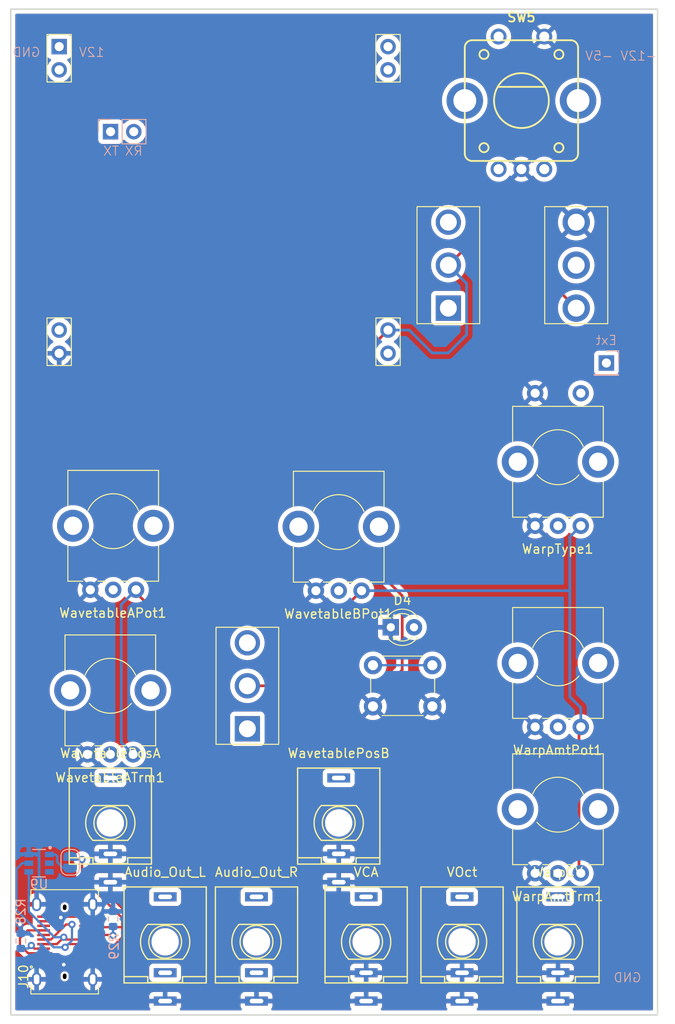
<source format=kicad_pcb>
(kicad_pcb (version 20240108) (generator "pcbnew") (generator_version "8.0")
  (layers (0 "F.Cu" signal) (1 "In1.Cu" signal) (2 "In2.Cu" signal) (31 "B.Cu" signal) (34 "B.Paste" user) (35 "F.Paste" user) (36 "B.SilkS" user "B.Silkscreen") (37 "F.SilkS" user "F.Silkscreen") (38 "B.Mask" user) (39 "F.Mask" user) (44 "Edge.Cuts" user))
  (net 0 "")
  (net 1 "/USB_DP")
  (net 2 "GND")
  (net 3 "/USB_DM")
  (net 4 "+3.3VA")
  (net 5 "+3.3V")
  (net 6 "LED_Oct_B_Out")
  (net 7 "UART_TX")
  (net 8 "UART_RX")
  (net 9 "Ext_Audio_In")
  (net 10 "Audio_Out_L")
  (net 11 "Audio_Out_R")
  (net 12 "Warp_CV_In")
  (net 13 "Pitch_CV_In")
  (net 14 "Wavetable_Pos_A_CV_In")
  (net 15 "Wavetable_Pos_B_CV_In")
  (net 16 "VCA_CV_In")
  (net 17 "USB_VBUS")
  (net 18 "USB_D+")
  (net 19 "USB_D-")
  (net 20 "LCD_Backlight")
  (net 21 "Encoder_Up")
  (net 22 "Encoder_Btn")
  (net 23 "Encoder_Down")
  (net 24 "Mode")
  (net 25 "Octave_Down")
  (net 26 "Octave_Up")
  (net 27 "ChB_Mix")
  (net 28 "ChB_RM")
  (net 29 "B_Octave_Btn")
  (net 30 "Warp_Type_Pot")
  (net 31 "Wavetable_Pos_A_Pot")
  (net 32 "LCD_SPI3_SS")
  (net 33 "Wavetable_Pos_B_Pot")
  (net 34 "Warp_Amt_Trm")
  (net 35 "Net-(JP1-A)")
  (net 36 "LCD_DC")
  (net 37 "Wavetable_Pos_A_Trm")
  (net 38 "Warp_Amt_Pot")
  (net 39 "LCD_SPI3_SCK")
  (net 40 "LCD_RESET")
  (net 41 "Warp_Polarity_Btn")
  (net 42 "LCD_SPI3_MOSI")
  (net 45 "Net-(J10-CC2)")
  (net 52 "Net-(J10-CC1)")
  (footprint "Custom_Footprints:THONKICONN_hole" (layer "F.Cu") (at 94 141)
    (property "Reference" "J7" (hide yes))
    (property "Value" "VCA" (at 0 -7.62 0) (layer "F.SilkS"))
    (pad "" np_thru_hole circle (at 0 0) (size 2.5 2.5) (drill 2.5) (layers "*.Cu" "*.Mask"))
    (pad "1" thru_hole rect (at 0 6.48) (size 2.5 1) (drill oval 1.5 0.5) (layers "*.Cu" "*.Mask") (net 2 "GND"))
    (pad "2" thru_hole rect (at 0 3.38) (size 2.5 1) (drill oval 1.5 0.5) (layers "*.Cu" "*.Mask") (net 2 "GND"))
    (pad "3" thru_hole rect (at 0 -4.92) (size 2.5 1) (drill oval 1.5 0.5) (layers "*.Cu" "*.Mask") (net 16 "VCA_CV_In"))
  )
  (footprint "Custom_Footprints:USB_C_Receptacle_Amphenol_12401951E412A" (layer "F.Cu") (at 61 141 90)
    (property "Reference" "J10" (at -3.8 -4.5 90) (layer "F.SilkS"))
    (property "Value" "USB_C_Receptacle")
    (pad "" np_thru_hole oval (at -3.775 0 90) (size 0.6 0.4) (drill oval 0.6 0.4) (layers "*.Mask"))
    (pad "" np_thru_hole oval (at 3.775 0 90) (size 0.6 0.4) (drill oval 0.6 0.4) (layers "*.Mask"))
    (pad "A1" smd rect (at -2.75 -2.3 90) (size 0.27 1.4) (layers "F.Cu" "F.Paste" "F.Mask") (net 2 "GND"))
    (pad "A2" smd rect (at -2.25 -2.3 90) (size 0.27 1.4) (layers "F.Cu" "F.Paste" "F.Mask"))
    (pad "A3" smd rect (at -1.75 -2.3 90) (size 0.27 1.4) (layers "F.Cu" "F.Paste" "F.Mask"))
    (pad "A4" smd rect (at -1.25 -2.3 90) (size 0.27 1.4) (layers "F.Cu" "F.Paste" "F.Mask") (net 17 "USB_VBUS"))
    (pad "A5" smd rect (at -0.75 -2.3 90) (size 0.27 1.4) (layers "F.Cu" "F.Paste" "F.Mask") (net 52 "Net-(J10-CC1)"))
    (pad "A6" smd rect (at -0.25 -2.3 90) (size 0.27 1.4) (layers "F.Cu" "F.Paste" "F.Mask") (net 18 "USB_D+"))
    (pad "A7" smd rect (at 0.25 -2.3 90) (size 0.27 1.4) (layers "F.Cu" "F.Paste" "F.Mask") (net 19 "USB_D-"))
    (pad "A8" smd rect (at 0.75 -2.3 90) (size 0.27 1.4) (layers "F.Cu" "F.Paste" "F.Mask"))
    (pad "A9" smd rect (at 1.25 -2.3 90) (size 0.27 1.4) (layers "F.Cu" "F.Paste" "F.Mask") (net 17 "USB_VBUS"))
    (pad "A10" smd rect (at 1.75 -2.3 90) (size 0.27 1.4) (layers "F.Cu" "F.Paste" "F.Mask"))
    (pad "A11" smd rect (at 2.25 -2.3 90) (size 0.27 1.4) (layers "F.Cu" "F.Paste" "F.Mask"))
    (pad "A12" smd rect (at 2.75 -2.3 90) (size 0.27 1.4) (layers "F.Cu" "F.Paste" "F.Mask") (net 2 "GND"))
    (pad "B1" smd rect (at 2.75 2.3 90) (size 0.27 1.4) (layers "F.Cu" "F.Paste" "F.Mask") (net 2 "GND"))
    (pad "B2" smd rect (at 2.25 2.3 90) (size 0.27 1.4) (layers "F.Cu" "F.Paste" "F.Mask"))
    (pad "B3" smd rect (at 1.75 2.3 90) (size 0.27 1.4) (layers "F.Cu" "F.Paste" "F.Mask"))
    (pad "B4" smd rect (at 1.25 2.3 90) (size 0.27 1.4) (layers "F.Cu" "F.Paste" "F.Mask") (net 17 "USB_VBUS"))
    (pad "B5" smd rect (at 0.75 2.3 90) (size 0.27 1.4) (layers "F.Cu" "F.Paste" "F.Mask") (net 45 "Net-(J10-CC2)"))
    (pad "B6" smd rect (at 0.25 2.3 90) (size 0.27 1.4) (layers "F.Cu" "F.Paste" "F.Mask") (net 18 "USB_D+"))
    (pad "B7" smd rect (at -0.25 2.3 90) (size 0.27 1.4) (layers "F.Cu" "F.Paste" "F.Mask") (net 19 "USB_D-"))
    (pad "B8" smd rect (at -0.75 2.3 90) (size 0.27 1.4) (layers "F.Cu" "F.Paste" "F.Mask"))
    (pad "B9" smd rect (at -1.25 2.3 90) (size 0.27 1.4) (layers "F.Cu" "F.Paste" "F.Mask") (net 17 "USB_VBUS"))
    (pad "B10" smd rect (at -1.75 2.3 90) (size 0.27 1.4) (layers "F.Cu" "F.Paste" "F.Mask"))
    (pad "B11" smd rect (at -2.25 2.3 90) (size 0.27 1.4) (layers "F.Cu" "F.Paste" "F.Mask"))
    (pad "B12" smd rect (at -2.75 2.3 90) (size 0.27 1.4) (layers "F.Cu" "F.Paste" "F.Mask") (net 2 "GND"))
    (pad "S1" thru_hole oval (at -4.1 -3.07 180) (size 1 1.5) (drill oval 0.6 1.1) (layers "*.Cu" "*.Mask") (net 2 "GND"))
    (pad "S1" thru_hole oval (at -4.1 3.07 180) (size 1 1.5) (drill oval 0.6 1.1) (layers "*.Cu" "*.Mask") (net 2 "GND"))
    (pad "S1" thru_hole oval (at 4.1 -3.07 180) (size 1 1.5) (drill oval 0.6 1.1) (layers "*.Cu" "*.Mask") (net 2 "GND"))
    (pad "S1" thru_hole oval (at 4.1 3.07 180) (size 1 1.5) (drill oval 0.6 1.1) (layers "*.Cu" "*.Mask") (net 2 "GND"))
  )
  (footprint "Custom_Footprints:THONKICONN_hole" (layer "F.Cu") (at 82 141)
    (property "Reference" "J9" (hide yes))
    (property "Value" "Audio_Out_R" (at 0 -7.62 0) (layer "F.SilkS"))
    (pad "" np_thru_hole circle (at 0 0) (size 2.5 2.5) (drill 2.5) (layers "*.Cu" "*.Mask"))
    (pad "1" thru_hole rect (at 0 6.48) (size 2.5 1) (drill oval 1.5 0.5) (layers "*.Cu" "*.Mask") (net 2 "GND"))
    (pad "2" thru_hole rect (at 0 3.38) (size 2.5 1) (drill oval 1.5 0.5) (layers "*.Cu" "*.Mask"))
    (pad "3" thru_hole rect (at 0 -4.92) (size 2.5 1) (drill oval 1.5 0.5) (layers "*.Cu" "*.Mask") (net 11 "Audio_Out_R"))
  )
  (footprint "Custom_Footprints:THONKICONN_hole" (layer "F.Cu") (at 115 141)
    (property "Reference" "J5" (hide yes))
    (property "Value" "WarpCV" (at 0 -7.62 0) (layer "F.SilkS"))
    (pad "" np_thru_hole circle (at 0 0) (size 2.5 2.5) (drill 2.5) (layers "*.Cu" "*.Mask"))
    (pad "1" thru_hole rect (at 0 6.48) (size 2.5 1) (drill oval 1.5 0.5) (layers "*.Cu" "*.Mask") (net 2 "GND"))
    (pad "2" thru_hole rect (at 0 3.38) (size 2.5 1) (drill oval 1.5 0.5) (layers "*.Cu" "*.Mask") (net 2 "GND"))
    (pad "3" thru_hole rect (at 0 -4.92) (size 2.5 1) (drill oval 1.5 0.5) (layers "*.Cu" "*.Mask") (net 12 "Warp_CV_In"))
  )
  (footprint "LED_THT:LED_D3.0mm_FlatTop" (layer "F.Cu") (at 96.7 106.6)
    (property "Reference" "D4" (at 1.27 -2.96 0) (layer "F.SilkS"))
    (property "Value" "LED_Small")
    (pad "1" thru_hole rect (at 0 0) (size 1.8 1.8) (drill 0.9) (layers "*.Cu" "*.Mask") (net 2 "GND"))
    (pad "2" thru_hole circle (at 2.54 0) (size 1.8 1.8) (drill 0.9) (layers "*.Cu" "*.Mask") (net 6 "LED_Oct_B_Out"))
  )
  (footprint "Custom_Footprints:Encoder" (layer "F.Cu") (at 111 49)
    (property "Reference" "SW5" (at 0 -9.1 0) (layer "F.SilkS") (effects (font (thickness 0.2))))
    (property "Value" "Encoder" (hide yes))
    (pad "A" thru_hole circle (at -2.5 7.5) (size 1.75 1.75) (drill 1.1) (layers "*.Cu" "*.Mask") (net 21 "Encoder_Up"))
    (pad "B" thru_hole circle (at 2.5 7.5) (size 1.75 1.75) (drill 1.1) (layers "*.Cu" "*.Mask") (net 23 "Encoder_Down"))
    (pad "C" thru_hole circle (at 0 7.5) (size 1.75 1.75) (drill 1.1) (layers "*.Cu" "*.Mask") (net 2 "GND"))
    (pad "S1" thru_hole circle (at -2.5 -7) (size 1.75 1.75) (drill 1.1) (layers "*.Cu" "*.Mask") (net 22 "Encoder_Btn"))
    (pad "S2" thru_hole circle (at 2.5 -7) (size 1.75 1.75) (drill 1.1) (layers "*.Cu" "*.Mask") (net 2 "GND"))
    (pad "body" thru_hole oval (at -6.2 0) (size 4 4) (drill 2.5) (layers "*.Cu" "*.Mask"))
    (pad "body" thru_hole oval (at 6.2 0) (size 4 4) (drill 2.5) (layers "*.Cu" "*.Mask"))
  )
  (footprint "Custom_Footprints:Bourns_Switch_Potentiometer" (layer "F.Cu") (at 115 88)
    (property "Reference" "WarpType1" (at -0.04 10.04 0) (layer "F.SilkS"))
    (property "Value" "WarpTypePot" (hide yes))
    (pad "" np_thru_hole circle (at -4.4 0.5 90) (size 3.5 3.5) (drill 2) (layers "F&B.Cu" "*.Mask"))
    (pad "" np_thru_hole circle (at 4.4 0.5 90) (size 3.5 3.5) (drill 2) (layers "F&B.Cu" "*.Mask"))
    (pad "1" thru_hole circle (at 2.5 7.5 90) (size 1.8 1.8) (drill 1) (layers "*.Cu" "*.Mask") (net 4 "+3.3VA"))
    (pad "2" thru_hole circle (at 0 7.5 90) (size 1.8 1.8) (drill 1) (layers "*.Cu" "*.Mask") (net 30 "Warp_Type_Pot"))
    (pad "3" thru_hole circle (at -2.5 7.5 90) (size 1.8 1.8) (drill 1) (layers "*.Cu" "*.Mask") (net 2 "GND"))
    (pad "4" thru_hole circle (at -2.5 -7 90) (size 1.8 1.8) (drill 1) (layers "*.Cu" "*.Mask") (net 2 "GND"))
    (pad "5" thru_hole circle (at 2.5 -7 90) (size 1.8 1.8) (drill 1) (layers "*.Cu" "*.Mask") (net 41 "Warp_Polarity_Btn"))
  )
  (footprint "Custom_Footprints:THONKICONN_hole" (layer "F.Cu") (at 104.5 141)
    (property "Reference" "J6" (hide yes))
    (property "Value" "VOct" (at 0 -7.62 0) (layer "F.SilkS"))
    (pad "" np_thru_hole circle (at 0 0) (size 2.5 2.5) (drill 2.5) (layers "*.Cu" "*.Mask"))
    (pad "1" thru_hole rect (at 0 6.48) (size 2.5 1) (drill oval 1.5 0.5) (layers "*.Cu" "*.Mask") (net 2 "GND"))
    (pad "2" thru_hole rect (at 0 3.38) (size 2.5 1) (drill oval 1.5 0.5) (layers "*.Cu" "*.Mask") (net 2 "GND"))
    (pad "3" thru_hole rect (at 0 -4.92) (size 2.5 1) (drill oval 1.5 0.5) (layers "*.Cu" "*.Mask") (net 13 "Pitch_CV_In"))
  )
  (footprint "Custom_Footprints:Alpha_9mm_Potentiometer_Aligned" (layer "F.Cu") (at 91 95.1)
    (property "Reference" "WavetableBPot1" (at -0.04 10.04 0) (layer "F.SilkS"))
    (property "Value" "B10k")
    (pad "" np_thru_hole circle (at -4.4 0.5 90) (size 3.5 3.5) (drill 2) (layers "F&B.Cu" "*.Mask"))
    (pad "" np_thru_hole circle (at 4.4 0.5 90) (size 3.5 3.5) (drill 2) (layers "F&B.Cu" "*.Mask"))
    (pad "1" thru_hole circle (at 2.5 7.5 90) (size 1.8 1.8) (drill 1) (layers "*.Cu" "*.Mask") (net 4 "+3.3VA"))
    (pad "2" thru_hole circle (at 0 7.5 90) (size 1.8 1.8) (drill 1) (layers "*.Cu" "*.Mask") (net 33 "Wavetable_Pos_B_Pot"))
    (pad "3" thru_hole circle (at -2.5 7.5 90) (size 1.8 1.8) (drill 1) (layers "*.Cu" "*.Mask") (net 2 "GND"))
  )
  (footprint "Custom_Footprints:Alpha_9mm_Potentiometer_Aligned" (layer "F.Cu") (at 115 126)
    (property "Reference" "WarpAmtTrm1" (at -0.04 10.04 0) (layer "F.SilkS"))
    (property "Value" "B10k")
    (pad "" np_thru_hole circle (at -4.4 0.5 90) (size 3.5 3.5) (drill 2) (layers "F&B.Cu" "*.Mask"))
    (pad "" np_thru_hole circle (at 4.4 0.5 90) (size 3.5 3.5) (drill 2) (layers "F&B.Cu" "*.Mask"))
    (pad "1" thru_hole circle (at 2.5 7.5 90) (size 1.8 1.8) (drill 1) (layers "*.Cu" "*.Mask") (net 4 "+3.3VA"))
    (pad "2" thru_hole circle (at 0 7.5 90) (size 1.8 1.8) (drill 1) (layers "*.Cu" "*.Mask") (net 34 "Warp_Amt_Trm"))
    (pad "3" thru_hole circle (at -2.5 7.5 90) (size 1.8 1.8) (drill 1) (layers "*.Cu" "*.Mask") (net 2 "GND"))
  )
  (footprint "Custom_Footprints:THONKICONN_hole" (layer "F.Cu") (at 72 141)
    (property "Reference" "J8" (hide yes))
    (property "Value" "Audio_Out_L" (at 0 -7.62 0) (layer "F.SilkS"))
    (pad "" np_thru_hole circle (at 0 0) (size 2.5 2.5) (drill 2.5) (layers "*.Cu" "*.Mask"))
    (pad "1" thru_hole rect (at 0 6.48) (size 2.5 1) (drill oval 1.5 0.5) (layers "*.Cu" "*.Mask") (net 2 "GND"))
    (pad "2" thru_hole rect (at 0 3.38) (size 2.5 1) (drill oval 1.5 0.5) (layers "*.Cu" "*.Mask"))
    (pad "3" thru_hole rect (at 0 -4.92) (size 2.5 1) (drill oval 1.5 0.5) (layers "*.Cu" "*.Mask") (net 10 "Audio_Out_L"))
  )
  (footprint "Custom_Footprints:SW_PUSH_6mm_aligned" (layer "F.Cu") (at 98 113)
    (property "Reference" "SW1" (hide yes))
    (property "Value" "SW_Push")
    (pad "1" thru_hole circle (at -3.25 -2.25 90) (size 2 2) (drill 1.1) (layers "*.Cu" "*.Mask") (net 29 "B_Octave_Btn"))
    (pad "1" thru_hole circle (at 3.25 -2.25 90) (size 2 2) (drill 1.1) (layers "*.Cu" "*.Mask") (net 29 "B_Octave_Btn"))
    (pad "2" thru_hole circle (at -3.25 2.25 90) (size 2 2) (drill 1.1) (layers "*.Cu" "*.Mask") (net 2 "GND"))
    (pad "2" thru_hole circle (at 3.25 2.25 90) (size 2 2) (drill 1.1) (layers "*.Cu" "*.Mask") (net 2 "GND"))
  )
  (footprint "Custom_Footprints:SPDT_Miniature" (layer "F.Cu") (at 117 67 90)
    (property "Reference" "SW2" (hide yes))
    (property "Value" "Mode_Switch")
    (pad "1" thru_hole circle (at -4.7 0 90) (size 3 3) (drill 1.85) (layers "*.Cu" "*.Mask") (net 5 "+3.3V"))
    (pad "2" thru_hole circle (at 0 0 90) (size 3 3) (drill 1.85) (layers "*.Cu" "*.Mask") (net 24 "Mode"))
    (pad "3" thru_hole circle (at 4.7 0 90) (size 3 3) (drill 1.85) (layers "*.Cu" "*.Mask") (net 2 "GND"))
  )
  (footprint "Custom_Footprints:THONKICONN_hole" (layer "F.Cu") (at 66 128)
    (property "Reference" "J3" (hide yes))
    (property "Value" "WavetablePosA" (at 0 -7.62 0) (layer "F.SilkS"))
    (pad "" np_thru_hole circle (at 0 0) (size 2.5 2.5) (drill 2.5) (layers "*.Cu" "*.Mask"))
    (pad "1" thru_hole rect (at 0 6.48) (size 2.5 1) (drill oval 1.5 0.5) (layers "*.Cu" "*.Mask") (net 2 "GND"))
    (pad "2" thru_hole rect (at 0 3.38) (size 2.5 1) (drill oval 1.5 0.5) (layers "*.Cu" "*.Mask") (net 2 "GND"))
    (pad "3" thru_hole rect (at 0 -4.92) (size 2.5 1) (drill oval 1.5 0.5) (layers "*.Cu" "*.Mask") (net 14 "Wavetable_Pos_A_CV_In"))
  )
  (footprint "Custom_Footprints:LCD_Riser" (layer "F.Cu") (at 60.4 43.1)
    (property "Reference" "U10" (hide yes))
    (property "Value" "~")
    (pad "1" thru_hole rect (at 0 0) (size 1.7 1.7) (drill 1) (layers "*.Cu" "*.Mask") (net 42 "LCD_SPI3_MOSI"))
    (pad "2" thru_hole oval (at 0 2.54) (size 1.7 1.7) (drill 1) (layers "*.Cu" "*.Mask") (net 39 "LCD_SPI3_SCK"))
    (pad "3" thru_hole circle (at 36 0) (size 1.7 1.7) (drill 1) (layers "*.Cu" "*.Mask") (net 36 "LCD_DC"))
    (pad "4" thru_hole oval (at 36 2.54) (size 1.7 1.7) (drill 1) (layers "*.Cu" "*.Mask") (net 40 "LCD_RESET"))
    (pad "5" thru_hole oval (at 0 31) (size 1.7 1.7) (drill 1) (layers "*.Cu" "*.Mask") (net 32 "LCD_SPI3_SS"))
    (pad "6" thru_hole oval (at 0 33.54) (size 1.7 1.7) (drill 1) (layers "*.Cu" "*.Mask") (net 2 "GND"))
    (pad "7" thru_hole oval (at 36 31) (size 1.7 1.7) (drill 1) (layers "*.Cu" "*.Mask") (net 5 "+3.3V"))
    (pad "8" thru_hole oval (at 36 33.54) (size 1.7 1.7) (drill 1) (layers "*.Cu" "*.Mask") (net 20 "LCD_Backlight"))
  )
  (footprint "Custom_Footprints:Alpha_9mm_Potentiometer_Aligned" (layer "F.Cu") (at 66 113)
    (property "Reference" "WavetableATrm1" (at -0.04 10.04 0) (layer "F.SilkS"))
    (property "Value" "B10k")
    (pad "" np_thru_hole circle (at -4.4 0.5 90) (size 3.5 3.5) (drill 2) (layers "F&B.Cu" "*.Mask"))
    (pad "" np_thru_hole circle (at 4.4 0.5 90) (size 3.5 3.5) (drill 2) (layers "F&B.Cu" "*.Mask"))
    (pad "1" thru_hole circle (at 2.5 7.5 90) (size 1.8 1.8) (drill 1) (layers "*.Cu" "*.Mask") (net 4 "+3.3VA"))
    (pad "2" thru_hole circle (at 0 7.5 90) (size 1.8 1.8) (drill 1) (layers "*.Cu" "*.Mask") (net 37 "Wavetable_Pos_A_Trm"))
    (pad "3" thru_hole circle (at -2.5 7.5 90) (size 1.8 1.8) (drill 1) (layers "*.Cu" "*.Mask") (net 2 "GND"))
  )
  (footprint "Custom_Footprints:Alpha_9mm_Potentiometer_Aligned" (layer "F.Cu") (at 66.3125 95)
    (property "Reference" "WavetableAPot1" (at -0.04 10.04 0) (layer "F.SilkS"))
    (property "Value" "B10k")
    (pad "" np_thru_hole circle (at -4.4 0.5 90) (size 3.5 3.5) (drill 2) (layers "F&B.Cu" "*.Mask"))
    (pad "" np_thru_hole circle (at 4.4 0.5 90) (size 3.5 3.5) (drill 2) (layers "F&B.Cu" "*.Mask"))
    (pad "1" thru_hole circle (at 2.5 7.5 90) (size 1.8 1.8) (drill 1) (layers "*.Cu" "*.Mask") (net 4 "+3.3VA"))
    (pad "2" thru_hole circle (at 0 7.5 90) (size 1.8 1.8) (drill 1) (layers "*.Cu" "*.Mask") (net 31 "Wavetable_Pos_A_Pot"))
    (pad "3" thru_hole circle (at -2.5 7.5 90) (size 1.8 1.8) (drill 1) (layers "*.Cu" "*.Mask") (net 2 "GND"))
  )
  (footprint "Custom_Footprints:SP3T_Mini_Switch" (layer "F.Cu") (at 81 113 90)
    (property "Reference" "SW4" (hide yes))
    (property "Value" "ChB_Output")
    (pad "1" thru_hole rect (at -4.7 0 90) (size 2.775 2.775) (drill 1.85) (layers "*.Cu" "*.Mask") (net 27 "ChB_Mix"))
    (pad "2" thru_hole circle (at 0 0 90) (size 2.775 2.775) (drill 1.85) (layers "*.Cu" "*.Mask") (net 5 "+3.3V"))
    (pad "3" thru_hole circle (at 4.7 0 90) (size 2.775 2.775) (drill 1.85) (layers "*.Cu" "*.Mask") (net 28 "ChB_RM"))
  )
  (footprint "Custom_Footprints:THONKICONN_hole" (layer "F.Cu") (at 91 128)
    (property "Reference" "J4" (hide yes))
    (property "Value" "WavetablePosB" (at 0 -7.62 0) (layer "F.SilkS"))
    (pad "" np_thru_hole circle (at 0 0) (size 2.5 2.5) (drill 2.5) (layers "*.Cu" "*.Mask"))
    (pad "1" thru_hole rect (at 0 6.48) (size 2.5 1) (drill oval 1.5 0.5) (layers "*.Cu" "*.Mask") (net 2 "GND"))
    (pad "2" thru_hole rect (at 0 3.38) (size 2.5 1) (drill oval 1.5 0.5) (layers "*.Cu" "*.Mask") (net 2 "GND"))
    (pad "3" thru_hole rect (at 0 -4.92) (size 2.5 1) (drill oval 1.5 0.5) (layers "*.Cu" "*.Mask") (net 15 "Wavetable_Pos_B_CV_In"))
  )
  (footprint "Custom_Footprints:Alpha_9mm_Potentiometer_Aligned" (layer "F.Cu") (at 115 110)
    (property "Reference" "WarpAmtPot1" (at -0.04 10.04 0) (layer "F.SilkS"))
    (property "Value" "B10k")
    (pad "" np_thru_hole circle (at -4.4 0.5 90) (size 3.5 3.5) (drill 2) (layers "F&B.Cu" "*.Mask"))
    (pad "" np_thru_hole circle (at 4.4 0.5 90) (size 3.5 3.5) (drill 2) (layers "F&B.Cu" "*.Mask"))
    (pad "1" thru_hole circle (at 2.5 7.5 90) (size 1.8 1.8) (drill 1) (layers "*.Cu" "*.Mask") (net 4 "+3.3VA"))
    (pad "2" thru_hole circle (at 0 7.5 90) (size 1.8 1.8) (drill 1) (layers "*.Cu" "*.Mask") (net 38 "Warp_Amt_Pot"))
    (pad "3" thru_hole circle (at -2.5 7.5 90) (size 1.8 1.8) (drill 1) (layers "*.Cu" "*.Mask") (net 2 "GND"))
  )
  (footprint "Custom_Footprints:SP3T_Mini_Switch" (layer "F.Cu") (at 103 67 90)
    (property "Reference" "SW3" (hide yes))
    (property "Value" "Octave_Switch")
    (pad "1" thru_hole rect (at -4.7 0 90) (size 2.775 2.775) (drill 1.85) (layers "*.Cu" "*.Mask") (net 26 "Octave_Up"))
    (pad "2" thru_hole circle (at 0 0 90) (size 2.775 2.775) (drill 1.85) (layers "*.Cu" "*.Mask") (net 5 "+3.3V"))
    (pad "3" thru_hole circle (at 4.7 0 90) (size 2.775 2.775) (drill 1.85) (layers "*.Cu" "*.Mask") (net 25 "Octave_Down"))
  )
  (footprint "Connector_PinHeader_2.54mm:PinHeader_1x01_P2.54mm_Vertical" (layer "B.Cu") (at 120.3 77.7 180)
    (property "Reference" "J12" (hide yes))
    (property "Value" "Conn_01x01_Socket")
    (pad "1" thru_hole rect (at 0 0 180) (size 1.7 1.7) (drill 1) (layers "*.Cu" "*.Mask") (net 9 "Ext_Audio_In"))
  )
  (footprint "Custom_Footprints:STF202-22T1G" (layer "B.Cu") (at 58.2 132.4 -90)
    (property "Reference" "U9" (at 2.3 0 0) (layer "B.SilkS") (effects (font (size 1.001835 1.001835)) (justify mirror)))
    (property "Value" "STF202-22T1G" (hide yes))
    (pad "1" smd rect (at -0.95 -1.125 180) (size 0.95 0.6) (layers "B.Cu" "B.Paste" "B.Mask") (net 35 "Net-(JP1-A)"))
    (pad "2" smd rect (at 0 -1.125 180) (size 0.95 0.6) (layers "B.Cu" "B.Paste" "B.Mask") (net 3 "/USB_DM"))
    (pad "3" smd rect (at 0.95 -1.125 180) (size 0.95 0.6) (layers "B.Cu" "B.Paste" "B.Mask") (net 1 "/USB_DP"))
    (pad "4" smd rect (at 0.95 1.125 180) (size 0.95 0.6) (layers "B.Cu" "B.Paste" "B.Mask") (net 18 "USB_D+"))
    (pad "5" smd rect (at 0 1.125 180) (size 0.95 0.6) (layers "B.Cu" "B.Paste" "B.Mask") (net 19 "USB_D-"))
    (pad "6" smd rect (at -0.95 1.125 180) (size 0.95 0.6) (layers "B.Cu" "B.Paste" "B.Mask") (net 2 "GND"))
  )
  (footprint "Resistor_SMD:R_0603_1608Metric" (layer "B.Cu") (at 56.2 140.9 90)
    (property "Reference" "R28" (at 3.2 0 -90) (layer "B.SilkS") (effects (justify mirror)))
    (property "Value" "5k1")
    (pad "1" smd roundrect (at -0.825 0 90) (size 0.8 0.95) (layers "B.Cu" "B.Paste" "B.Mask") (net 52 "Net-(J10-CC1)"))
    (pad "2" smd roundrect (at 0.825 0 90) (size 0.8 0.95) (layers "B.Cu" "B.Paste" "B.Mask") (net 2 "GND"))
  )
  (footprint "Connector_PinHeader_2.54mm:PinHeader_1x02_P2.54mm_Vertical" (layer "B.Cu") (at 66.025 52.4 -90)
    (property "Reference" "J11" (hide yes))
    (property "Value" "Conn_01x02_Pin")
    (pad "1" thru_hole rect (at 0 0 270) (size 1.7 1.7) (drill 1) (layers "*.Cu" "*.Mask") (net 7 "UART_TX"))
    (pad "2" thru_hole oval (at 0 -2.54 270) (size 1.7 1.7) (drill 1) (layers "*.Cu" "*.Mask") (net 8 "UART_RX"))
  )
  (footprint "Jumper:SolderJumper-2_P1.3mm_Open_RoundedPad1.0x1.5mm" (layer "B.Cu") (at 61.6 132.3 90)
    (property "Reference" "JP1" (hide yes))
    (property "Value" "Jumper")
    (pad "1" smd custom (at -0.65 0 90) (size 1 0.5) (layers "B.Cu" "B.Mask") (net 35 "Net-(JP1-A)") (options (clearance outline) (anchor rect)) (primitives (gr_circle (center 0 -0.25) (end 0.5 -0.25) (width 0) (fill yes)) (gr_circle (center 0 0.25) (end 0.5 0.25) (width 0) (fill yes)) (gr_poly (pts (xy 0.5 -0.75) (xy 0 -0.75) (xy 0 0.75) (xy 0.5 0.75)) (width 0) (fill yes))))
    (pad "2" smd custom (at 0.65 0 90) (size 1 0.5) (layers "B.Cu" "B.Mask") (net 17 "USB_VBUS") (options (clearance outline) (anchor rect)) (primitives (gr_circle (center 0 -0.25) (end 0.5 -0.25) (width 0) (fill yes)) (gr_circle (center 0 0.25) (end 0.5 0.25) (width 0) (fill yes)) (gr_poly (pts (xy 0 -0.75) (xy -0.5 -0.75) (xy -0.5 0.75) (xy 0 0.75)) (width 0) (fill yes))))
  )
  (footprint "Resistor_SMD:R_0603_1608Metric" (layer "B.Cu") (at 66.3 138.5 90)
    (property "Reference" "R29" (at -3 0.1 -90) (layer "B.SilkS") (effects (justify mirror)))
    (property "Value" "5k1")
    (pad "1" smd roundrect (at -0.825 0 90) (size 0.8 0.95) (layers "B.Cu" "B.Paste" "B.Mask") (net 45 "Net-(J10-CC2)"))
    (pad "2" smd roundrect (at 0.825 0 90) (size 0.8 0.95) (layers "B.Cu" "B.Paste" "B.Mask") (net 2 "GND"))
  )
  (gr_rect (start 55.1 39) (end 125.9 149) (stroke (width 0.15)) (fill none) (layer "Edge.Cuts"))
  (gr_text "Ext" (at 121.5 75.8 0) (layer "B.SilkS") (effects (font (size 1 1) (thickness 0.1)) (justify left bottom mirror)))
  (gr_text "12V" (at 65.4 44.3 0) (layer "B.SilkS") (effects (font (size 1 1) (thickness 0.1)) (justify left bottom mirror)))
  (gr_text "GND" (at 124.2 145.5 0) (layer "B.SilkS") (effects (font (size 1 1) (thickness 0.1)) (justify left bottom mirror)))
  (gr_text "GND" (at 58.4 44.3 0) (layer "B.SilkS") (effects (font (size 1 1) (thickness 0.1)) (justify left bottom mirror)))
  (gr_text "-12V" (at 125.9 44.7 0) (layer "B.SilkS") (effects (font (size 1 1) (thickness 0.1)) (justify left bottom mirror)))
  (gr_text "-5V" (at 121.1 44.7 0) (layer "B.SilkS") (effects (font (size 1 1) (thickness 0.1)) (justify left bottom mirror)))
  (gr_text "TX" (at 67 55.1 0) (layer "B.SilkS") (effects (font (size 1 1) (thickness 0.1)) (justify left bottom mirror)))
  (gr_text "RX" (at 69.6 55.1 0) (layer "B.SilkS") (effects (font (size 1 1) (thickness 0.1)) (justify left bottom mirror)))
  (segment (start 60.675174 138.25) (end 63.3 138.25) (width 0.25) (layer "F.Cu") (net 2))
  (segment (start 60.582488 138.342686) (end 60.675174 138.25) (width 0.25) (layer "F.Cu") (net 2))
  (segment (start 60.65 143.75) (end 58.7 143.75) (width 0.25) (layer "F.Cu") (net 2))
  (segment (start 60.489802 138.25) (end 58.7 138.25) (width 0.25) (layer "F.Cu") (net 2))
  (segment (start 60.582488 138.342686) (end 60.489802 138.25) (width 0.25) (layer "F.Cu") (net 2))
  (segment (start 61.15 143.75) (end 63.3 143.75) (width 0.25) (layer "F.Cu") (net 2))
  (segment (start 60.9 143.5) (end 61.15 143.75) (width 0.25) (layer "F.Cu") (net 2))
  (segment (start 60.9 143.5) (end 60.65 143.75) (width 0.25) (layer "F.Cu") (net 2))
  (via (at 60.9 143.5) (size 0.8) (drill 0.4) (layers "F.Cu" "B.Cu") (net 2))
  (via (at 56.1 139.1) (size 0.8) (drill 0.4) (layers "F.Cu" "B.Cu") (net 2))
  (via (at 60.582488 138.342686) (size 0.8) (drill 0.4) (layers "F.Cu" "B.Cu") (net 2))
  (segment (start 91.4 104.7) (end 93.5 102.6) (width 0.3) (layer "F.Cu") (net 4))
  (segment (start 117.3 133.3) (end 117.3 117.7) (width 0.3) (layer "F.Cu") (net 4))
  (segment (start 68.5 102.5) (end 70.7 104.7) (width 0.3) (layer "F.Cu") (net 4))
  (segment (start 117.3 117.7) (end 117.5 117.5) (width 0.3) (layer "F.Cu") (net 4))
  (segment (start 117.5 133.5) (end 117.3 133.3) (width 0.3) (layer "F.Cu") (net 4))
  (segment (start 70.7 104.7) (end 91.4 104.7) (width 0.3) (layer "F.Cu") (net 4))
  (segment (start 68.5 120.5) (end 67.2 119.2) (width 0.3) (layer "B.Cu") (net 4))
  (segment (start 117.5 115.4) (end 116.3 114.2) (width 0.3) (layer "B.Cu") (net 4))
  (segment (start 117.5 117.5) (end 117.5 115.4) (width 0.3) (layer "B.Cu") (net 4))
  (segment (start 67.2 104.112502) (end 68.812502 102.5) (width 0.3) (layer "B.Cu") (net 4))
  (segment (start 116.3 114.2) (end 116.3 96.7) (width 0.3) (layer "B.Cu") (net 4))
  (segment (start 93.5 102.6) (end 116.3 102.6) (width 0.3) (layer "B.Cu") (net 4))
  (segment (start 67.2 119.2) (end 67.2 104.112502) (width 0.3) (layer "B.Cu") (net 4))
  (segment (start 116.3 96.7) (end 117.5 95.5) (width 0.3) (layer "B.Cu") (net 4))
  (segment (start 114.4 66.4) (end 114.4 69.1) (width 0.3) (layer "F.Cu") (net 5))
  (segment (start 103 67) (end 105.9 64.1) (width 0.3) (layer "F.Cu") (net 5))
  (segment (start 114.4 69.1) (end 117 71.7) (width 0.3) (layer "F.Cu") (net 5))
  (segment (start 112.1 64.1) (end 114.4 66.4) (width 0.3) (layer "F.Cu") (net 5))
  (segment (start 91.1 79.399998) (end 96.4 74.099998) (width 0.3) (layer "F.Cu") (net 5))
  (segment (start 91.1 96.3) (end 91.1 79.399998) (width 0.3) (layer "F.Cu") (net 5))
  (segment (start 97.95 103.15) (end 91.1 96.3) (width 0.3) (layer "F.Cu") (net 5))
  (segment (start 81 113) (end 96.2 113) (width 0.3) (layer "F.Cu") (net 5))
  (segment (start 97.95 111.25) (end 97.95 103.15) (width 0.3) (layer "F.Cu") (net 5))
  (segment (start 96.2 113) (end 97.95 111.25) (width 0.3) (layer "F.Cu") (net 5))
  (segment (start 105.9 64.1) (end 112.1 64.1) (width 0.3) (layer "F.Cu") (net 5))
  (segment (start 96.4 74.1) (end 98.725 74.1) (width 0.3) (layer "B.Cu") (net 5))
  (segment (start 98.725 74.1) (end 101.225 76.6) (width 0.3) (layer "B.Cu") (net 5))
  (segment (start 103 76.6) (end 101.225 76.6) (width 0.3) (layer "B.Cu") (net 5))
  (segment (start 105 74.6) (end 103 76.6) (width 0.3) (layer "B.Cu") (net 5))
  (segment (start 103 67) (end 105 69) (width 0.3) (layer "B.Cu") (net 5))
  (segment (start 105 69) (end 105 74.6) (width 0.3) (layer "B.Cu") (net 5))
  (segment (start 58.7 139.75) (end 56.95 139.75) (width 0.25) (layer "F.Cu") (net 17))
  (segment (start 61.95 142.7) (end 60 142.7) (width 0.25) (layer "F.Cu") (net 17))
  (segment (start 64.55 139.4) (end 64.2 139.75) (width 0.25) (layer "F.Cu") (net 17))
  (segment (start 67.3 138.4) (end 62.9 134) (width 0.25) (layer "F.Cu") (net 17))
  (segment (start 59.55 142.25) (end 58.7 142.25) (width 0.25) (layer "F.Cu") (net 17))
  (segment (start 64.2 139.75) (end 63.3 139.75) (width 0.25) (layer "F.Cu") (net 17))
  (segment (start 67.3 140.5) (end 67.3 139.4) (width 0.25) (layer "F.Cu") (net 17))
  (segment (start 65.55 142.25) (end 67.3 140.5) (width 0.25) (layer "F.Cu") (net 17))
  (segment (start 63.3 142.25) (end 62.4 142.25) (width 0.25) (layer "F.Cu") (net 17))
  (segment (start 67.3 139.4) (end 64.55 139.4) (width 0.25) (layer "F.Cu") (net 17))
  (segment (start 56.1 141.35) (end 57 142.25) (width 0.25) (layer "F.Cu") (net 17))
  (segment (start 56.1 140.6) (end 56.1 141.35) (width 0.25) (layer "F.Cu") (net 17))
  (segment (start 62.4 142.25) (end 61.95 142.7) (width 0.25) (layer "F.Cu") (net 17))
  (segment (start 60 142.7) (end 59.55 142.25) (width 0.25) (layer "F.Cu") (net 17))
  (segment (start 62.9 134) (end 62.9 132) (width 0.25) (layer "F.Cu") (net 17))
  (segment (start 67.3 139.4) (end 67.3 138.4) (width 0.25) (layer "F.Cu") (net 17))
  (segment (start 57 142.25) (end 58.7 142.25) (width 0.25) (layer "F.Cu") (net 17))
  (segment (start 63.3 142.25) (end 65.55 142.25) (width 0.25) (layer "F.Cu") (net 17))
  (segment (start 56.95 139.75) (end 56.1 140.6) (width 0.25) (layer "F.Cu") (net 17))
  (via (at 62.9 132) (size 0.8) (drill 0.4) (layers "F.Cu" "B.Cu") (net 17))
  (segment (start 62.9 132) (end 61.95 132) (width 0.25) (layer "B.Cu") (net 17))
  (segment (start 61.95 132) (end 61.6 131.65) (width 0.25) (layer "B.Cu") (net 17))
  (segment (start 60.15 141.25) (end 58.7 141.25) (width 0.25) (layer "F.Cu") (net 18))
  (segment (start 60.9 140.5) (end 60.15 141.25) (width 0.25) (layer "F.Cu") (net 18))
  (segment (start 61.15 140.75) (end 63.3 140.75) (width 0.25) (layer "F.Cu") (net 18))
  (segment (start 60.9 140.5) (end 61.15 140.75) (width 0.25) (layer "F.Cu") (net 18))
  (via (at 60.9 140.5) (size 0.8) (drill 0.4) (layers "F.Cu" "B.Cu") (net 18))
  (segment (start 59.88776 140.5) (end 60.9 140.5) (width 0.25) (layer "B.Cu") (net 18))
  (segment (start 57.075 133.35) (end 57.075 137.68724) (width 0.25) (layer "B.Cu") (net 18))
  (segment (start 57.075 137.68724) (end 59.88776 140.5) (width 0.25) (layer "B.Cu") (net 18))
  (segment (start 63.3 141.25) (end 61.399062 141.25) (width 0.25) (layer "F.Cu") (net 19))
  (segment (start 61.15 139.1) (end 61.8 139.1) (width 0.25) (layer "F.Cu") (net 19))
  (segment (start 61.399062 141.25) (end 61.049062 141.6) (width 0.25) (layer "F.Cu") (net 19))
  (segment (start 58.7 140.75) (end 59.5 140.75) (width 0.25) (layer "F.Cu") (net 19))
  (segment (start 59.5 140.75) (end 61.15 139.1) (width 0.25) (layer "F.Cu") (net 19))
  (via (at 61.8 139.1) (size 0.8) (drill 0.4) (layers "F.Cu" "B.Cu") (net 19))
  (via (at 61.049062 141.6) (size 0.8) (drill 0.4) (layers "F.Cu" "B.Cu") (net 19))
  (segment (start 61.049062 141.6) (end 59.8 141.6) (width 0.25) (layer "B.Cu") (net 19))
  (segment (start 56.35 132.4) (end 57.075 132.4) (width 0.25) (layer "B.Cu") (net 19))
  (segment (start 55.725 137.525) (end 55.725 133.025) (width 0.25) (layer "B.Cu") (net 19))
  (segment (start 55.725 133.025) (end 56.35 132.4) (width 0.25) (layer "B.Cu") (net 19))
  (segment (start 59.8 141.6) (end 55.725 137.525) (width 0.25) (layer "B.Cu") (net 19))
  (segment (start 61.8 140.849062) (end 61.8 139.1) (width 0.25) (layer "B.Cu") (net 19))
  (segment (start 61.049062 141.6) (end 61.8 140.849062) (width 0.25) (layer "B.Cu") (net 19))
  (segment (start 101.25 110.75) (end 94.75 110.75) (width 0.25) (layer "B.Cu") (net 29))
  (segment (start 60.845 132.95) (end 60.2 132.305) (width 0.25) (layer "B.Cu") (net 35))
  (segment (start 60.2 131.65) (end 60 131.45) (width 0.25) (layer "B.Cu") (net 35))
  (segment (start 60.2 132.305) (end 60.2 131.65) (width 0.25) (layer "B.Cu") (net 35))
  (segment (start 60 131.45) (end 59.325 131.45) (width 0.25) (layer "B.Cu") (net 35))
  (segment (start 61.6 132.95) (end 60.845 132.95) (width 0.25) (layer "B.Cu") (net 35))
  (segment (start 66.25 140.25) (end 66.3 140.3) (width 0.25) (layer "F.Cu") (net 45))
  (segment (start 63.3 140.25) (end 66.25 140.25) (width 0.25) (layer "F.Cu") (net 45))
  (via (at 66.3 140.3) (size 0.8) (drill 0.4) (layers "F.Cu" "B.Cu") (net 45))
  (segment (start 66.3 140.3) (end 66.3 139.325) (width 0.25) (layer "B.Cu") (net 45))
  (segment (start 57.35 141.4) (end 57.7 141.75) (width 0.25) (layer "F.Cu") (net 52))
  (segment (start 57.7 141.75) (end 58.7 141.75) (width 0.25) (layer "F.Cu") (net 52))
  (via (at 57.35 141.4) (size 0.8) (drill 0.4) (layers "F.Cu" "B.Cu") (net 52))
  (segment (start 57.025 141.725) (end 56.2 141.725) (width 0.25) (layer "B.Cu") (net 52))
  (segment (start 57.35 141.4) (end 57.025 141.725) (width 0.25) (layer "B.Cu") (net 52))
  (zone (net 2) (net_name "GND") (layers "F.Cu" "In1.Cu" "In2.Cu" "B.Cu") (connect_pads (clearance 0.5)) (min_thickness 0.25) (fill yes (thermal_gap 0.5) (thermal_bridge_width 0.5))
    (polygon (pts (xy 127 38) (xy 54 38) (xy 54 150) (xy 127 150)))
  )
)
</source>
